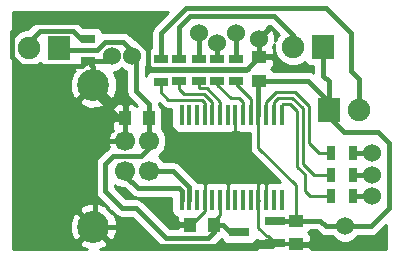
<source format=gtl>
G04 #@! TF.FileFunction,Copper,L1,Top,Signal*
%FSLAX46Y46*%
G04 Gerber Fmt 4.6, Leading zero omitted, Abs format (unit mm)*
G04 Created by KiCad (PCBNEW 0.201512271232+6404~40~ubuntu14.04.1-stable) date Tue 29 Dec 2015 10:19:08 AM MSK*
%MOMM*%
G01*
G04 APERTURE LIST*
%ADD10C,0.100000*%
%ADD11R,1.000000X1.250000*%
%ADD12R,1.250000X1.000000*%
%ADD13R,1.900000X2.000000*%
%ADD14C,1.900000*%
%ADD15C,1.700000*%
%ADD16C,2.700020*%
%ADD17R,1.300000X0.700000*%
%ADD18R,0.450000X1.750000*%
%ADD19R,1.800860X0.800100*%
%ADD20C,1.524000*%
%ADD21R,0.700000X1.300000*%
%ADD22C,0.250000*%
%ADD23C,0.400000*%
%ADD24C,0.254000*%
G04 APERTURE END LIST*
D10*
D11*
X17700000Y-18700000D03*
X15700000Y-18700000D03*
D12*
X21500000Y-6500000D03*
X21500000Y-4500000D03*
D11*
X12200000Y-9700000D03*
X10200000Y-9700000D03*
D12*
X24650000Y-18350000D03*
X24650000Y-20350000D03*
D13*
X26950000Y-3650000D03*
D14*
X24410000Y-3650000D03*
D13*
X27450000Y-8950000D03*
D14*
X29990000Y-8950000D03*
D13*
X4550000Y-3750000D03*
D14*
X2010000Y-3750000D03*
D15*
X12200000Y-14140000D03*
X12200000Y-11600000D03*
X10201020Y-11600000D03*
X10201020Y-14140000D03*
D16*
X7501000Y-18869480D03*
X7501000Y-6870520D03*
D17*
X14750000Y-6550000D03*
X14750000Y-4650000D03*
X13200000Y-6600000D03*
X13200000Y-4700000D03*
X7000000Y-4850000D03*
X7000000Y-2950000D03*
D18*
X23425000Y-9400000D03*
X22775000Y-9400000D03*
X22125000Y-9400000D03*
X21475000Y-9400000D03*
X20825000Y-9400000D03*
X20175000Y-9400000D03*
X19525000Y-9400000D03*
X18875000Y-9400000D03*
X18225000Y-9400000D03*
X17575000Y-9400000D03*
X16925000Y-9400000D03*
X16275000Y-9400000D03*
X15625000Y-9400000D03*
X14975000Y-9400000D03*
X14975000Y-16600000D03*
X15625000Y-16600000D03*
X16275000Y-16600000D03*
X16925000Y-16600000D03*
X17575000Y-16600000D03*
X18225000Y-16600000D03*
X18875000Y-16600000D03*
X19525000Y-16600000D03*
X20175000Y-16600000D03*
X20825000Y-16600000D03*
X21475000Y-16600000D03*
X22125000Y-16600000D03*
X22775000Y-16600000D03*
X23425000Y-16600000D03*
D19*
X22851140Y-20250000D03*
X22851140Y-18350000D03*
X19848860Y-19300000D03*
D20*
X16450000Y-2450000D03*
X18000000Y-3300000D03*
X31050000Y-12650000D03*
X31050000Y-14500000D03*
X9050000Y-4400000D03*
X10800000Y-4400000D03*
X28800000Y-18850000D03*
X21500000Y-2950000D03*
X19550000Y-2450000D03*
X31050000Y-16300000D03*
D21*
X27600000Y-16300000D03*
X29500000Y-16300000D03*
X27600000Y-12650000D03*
X29500000Y-12650000D03*
X27600000Y-14500000D03*
X29500000Y-14500000D03*
D17*
X19550000Y-6550000D03*
X19550000Y-4650000D03*
X16450000Y-6550000D03*
X16450000Y-4650000D03*
X18000000Y-6550000D03*
X18000000Y-4650000D03*
D22*
X19500000Y-16600000D02*
X19500000Y-17000000D01*
D23*
X19848860Y-19300000D02*
X19050000Y-19300000D01*
X19050000Y-19300000D02*
X18450000Y-18700000D01*
X18450000Y-18700000D02*
X17700000Y-18700000D01*
X12200000Y-11600000D02*
X12200000Y-12200000D01*
X12200000Y-12200000D02*
X11525000Y-12875000D01*
X13675000Y-19850000D02*
X17200000Y-19850000D01*
X11125000Y-17300000D02*
X13675000Y-19850000D01*
X9950000Y-17300000D02*
X11125000Y-17300000D01*
X8500000Y-15850000D02*
X9950000Y-17300000D01*
X8500000Y-13575000D02*
X8500000Y-15850000D01*
X9200000Y-12875000D02*
X8500000Y-13575000D01*
X11525000Y-12875000D02*
X9200000Y-12875000D01*
X17200000Y-19850000D02*
X17700000Y-19350000D01*
X17700000Y-19350000D02*
X17700000Y-18700000D01*
X12200000Y-11600000D02*
X12200000Y-9700000D01*
X12200000Y-9700000D02*
X12200000Y-8450000D01*
X11100000Y-7350000D02*
X11100000Y-4700000D01*
X12200000Y-8450000D02*
X11100000Y-7350000D01*
X11100000Y-4700000D02*
X10800000Y-4400000D01*
X10800000Y-4400000D02*
X10800000Y-4000000D01*
X10800000Y-4000000D02*
X10000000Y-3200000D01*
X7800000Y-3900000D02*
X4700000Y-3900000D01*
X8500000Y-3200000D02*
X7800000Y-3900000D01*
X10000000Y-3200000D02*
X8500000Y-3200000D01*
X4700000Y-3900000D02*
X4550000Y-3750000D01*
D22*
X10800000Y-4400000D02*
X10800000Y-4200000D01*
X10800000Y-4200000D02*
X10100000Y-3300000D01*
X7800000Y-3800000D02*
X4600000Y-3800000D01*
X8300000Y-3300000D02*
X7800000Y-3800000D01*
X10100000Y-3300000D02*
X8300000Y-3300000D01*
X4600000Y-3800000D02*
X4550000Y-3750000D01*
X19848860Y-19300000D02*
X19100000Y-19300000D01*
X19100000Y-19300000D02*
X18500000Y-18700000D01*
X18500000Y-18700000D02*
X17700000Y-18700000D01*
X17700000Y-18700000D02*
X17700000Y-19350000D01*
X17700000Y-19350000D02*
X17200000Y-19850000D01*
X12200000Y-11850000D02*
X12200000Y-11600000D01*
X17700000Y-18700000D02*
X17700000Y-18400000D01*
X17700000Y-18400000D02*
X18225000Y-17875000D01*
X18225000Y-17875000D02*
X18225000Y-16600000D01*
X12200000Y-11700000D02*
X12200000Y-11600000D01*
D23*
X21500000Y-4500000D02*
X21500000Y-2950000D01*
X7501000Y-18869480D02*
X10469480Y-18869480D01*
X12100000Y-20500000D02*
X22601140Y-20500000D01*
X10469480Y-18869480D02*
X12100000Y-20500000D01*
X22601140Y-20500000D02*
X22851140Y-20250000D01*
X7501000Y-18869480D02*
X7600000Y-18770480D01*
X7600000Y-18770480D02*
X7600000Y-12800000D01*
X8750000Y-11650000D02*
X10151020Y-11650000D01*
X7600000Y-12800000D02*
X8750000Y-11650000D01*
X10151020Y-11650000D02*
X10201020Y-11600000D01*
X10201020Y-11600000D02*
X10200000Y-11598980D01*
X10200000Y-11598980D02*
X10200000Y-9700000D01*
X10200000Y-9700000D02*
X9700000Y-9700000D01*
X9700000Y-9700000D02*
X7501000Y-7501000D01*
X7501000Y-7501000D02*
X7501000Y-6870520D01*
X7501000Y-6870520D02*
X7501000Y-5351000D01*
X7501000Y-5351000D02*
X7000000Y-4850000D01*
X7000000Y-4850000D02*
X8600000Y-4850000D01*
X8600000Y-4850000D02*
X9050000Y-4400000D01*
X12100000Y-5200000D02*
X12100000Y-3900000D01*
X12100000Y-3900000D02*
X9700000Y-1500000D01*
X9700000Y-1500000D02*
X1500000Y-1500000D01*
X1500000Y-1500000D02*
X600000Y-2400000D01*
X600000Y-2400000D02*
X600000Y-4500000D01*
X600000Y-4500000D02*
X1400000Y-5300000D01*
X1400000Y-5300000D02*
X6550000Y-5300000D01*
X6550000Y-5300000D02*
X7000000Y-4850000D01*
X21500000Y-4500000D02*
X20550000Y-5450000D01*
X12100000Y-5200000D02*
X12150000Y-5200000D01*
X12100000Y-5300000D02*
X12100000Y-5200000D01*
X12350000Y-5550000D02*
X12100000Y-5300000D01*
X20550000Y-5550000D02*
X12350000Y-5550000D01*
X20550000Y-5450000D02*
X20550000Y-5550000D01*
D22*
X9500000Y-11600000D02*
X10201020Y-11600000D01*
X6500000Y-4850000D02*
X7000000Y-4850000D01*
X20450000Y-5650000D02*
X12250000Y-5650000D01*
X21500000Y-4600000D02*
X20450000Y-5650000D01*
X12150000Y-5550000D02*
X12150000Y-5200000D01*
X12250000Y-5650000D02*
X12150000Y-5550000D01*
X9050000Y-4400000D02*
X8500000Y-4400000D01*
X7051000Y-4901000D02*
X7000000Y-4850000D01*
X21500000Y-4500000D02*
X21500000Y-4600000D01*
X21475000Y-16600000D02*
X21475000Y-18975000D01*
X22301140Y-19700000D02*
X22851140Y-20250000D01*
X22200000Y-19700000D02*
X22301140Y-19700000D01*
X21475000Y-18975000D02*
X22200000Y-19700000D01*
X8850000Y-4200000D02*
X9050000Y-4400000D01*
X10200000Y-9700000D02*
X9800000Y-9700000D01*
X9800000Y-9700000D02*
X7501000Y-7401000D01*
X7501000Y-7401000D02*
X7501000Y-6870520D01*
X24650000Y-20350000D02*
X23950000Y-20350000D01*
X23950000Y-20350000D02*
X23850000Y-20250000D01*
X23850000Y-20250000D02*
X22851140Y-20250000D01*
X22451140Y-20250000D02*
X22100000Y-20250000D01*
X16925000Y-16600000D02*
X16925000Y-15125000D01*
X17350000Y-14700000D02*
X19300000Y-14700000D01*
X16925000Y-15125000D02*
X17350000Y-14700000D01*
X18875000Y-16600000D02*
X18875000Y-15125000D01*
X18875000Y-15125000D02*
X19300000Y-14700000D01*
X7501000Y-7001000D02*
X7501000Y-6870520D01*
X19300000Y-12800000D02*
X19300000Y-14700000D01*
X19525000Y-9400000D02*
X19525000Y-12575000D01*
X19525000Y-12575000D02*
X19300000Y-12800000D01*
X10201020Y-12201020D02*
X10201020Y-11600000D01*
X22125000Y-16600000D02*
X22125000Y-14925000D01*
X21900000Y-14700000D02*
X21000000Y-14700000D01*
X22125000Y-14925000D02*
X21900000Y-14700000D01*
X21475000Y-16600000D02*
X21475000Y-15175000D01*
X21000000Y-14700000D02*
X19300000Y-14700000D01*
X21475000Y-15175000D02*
X21000000Y-14700000D01*
X16925000Y-16600000D02*
X16925000Y-17575000D01*
X16925000Y-17575000D02*
X15800000Y-18700000D01*
X15800000Y-18700000D02*
X15700000Y-18700000D01*
X10201020Y-11600000D02*
X10201020Y-9701020D01*
X10201020Y-9701020D02*
X10200000Y-9700000D01*
X21500000Y-16600000D02*
X21500000Y-16700000D01*
X21500000Y-16600000D02*
X21400000Y-16600000D01*
X10201020Y-10998980D02*
X10201020Y-11600000D01*
X7501000Y-18869480D02*
X7501000Y-18699000D01*
D23*
X21475000Y-9400000D02*
X21475000Y-6525000D01*
X21475000Y-6525000D02*
X21500000Y-6500000D01*
X21500000Y-6500000D02*
X25650000Y-6500000D01*
X25650000Y-6500000D02*
X27450000Y-8300000D01*
X27450000Y-8300000D02*
X27450000Y-8950000D01*
X27450000Y-8950000D02*
X27450000Y-6575000D01*
X26950000Y-6075000D02*
X26950000Y-3650000D01*
X27450000Y-6575000D02*
X26950000Y-6075000D01*
X28800000Y-18850000D02*
X31000000Y-18850000D01*
X31000000Y-18850000D02*
X32550000Y-17300000D01*
X28700000Y-10825000D02*
X27450000Y-9575000D01*
X31600000Y-10825000D02*
X28700000Y-10825000D01*
X32550000Y-11775000D02*
X31600000Y-10825000D01*
X32550000Y-17300000D02*
X32550000Y-11775000D01*
X27450000Y-9575000D02*
X27450000Y-8950000D01*
X24650000Y-18350000D02*
X26650000Y-18350000D01*
X26650000Y-18350000D02*
X27150000Y-18850000D01*
X27150000Y-18850000D02*
X28800000Y-18850000D01*
X22851140Y-18350000D02*
X24650000Y-18350000D01*
D22*
X27450000Y-8700000D02*
X27450000Y-8950000D01*
X26950000Y-4350000D02*
X26950000Y-3650000D01*
X26650000Y-18350000D02*
X27150000Y-18850000D01*
X27150000Y-18850000D02*
X28800000Y-18850000D01*
X24650000Y-18350000D02*
X24650000Y-15350000D01*
X24650000Y-15350000D02*
X21475000Y-12175000D01*
X21475000Y-12175000D02*
X21475000Y-9400000D01*
X21475000Y-6525000D02*
X21500000Y-6500000D01*
D23*
X14750000Y-4650000D02*
X14750000Y-1975000D01*
X24410000Y-2660000D02*
X24410000Y-3650000D01*
X22800000Y-1050000D02*
X24410000Y-2660000D01*
X15675000Y-1050000D02*
X22800000Y-1050000D01*
X14750000Y-1975000D02*
X15675000Y-1050000D01*
D22*
X24410000Y-4240000D02*
X24410000Y-3650000D01*
D23*
X13200000Y-4700000D02*
X13200000Y-2500000D01*
X29990000Y-6365000D02*
X29990000Y-8950000D01*
X29325000Y-5700000D02*
X29990000Y-6365000D01*
X29325000Y-2475000D02*
X29325000Y-5700000D01*
X27200000Y-350000D02*
X29325000Y-2475000D01*
X15350000Y-350000D02*
X27200000Y-350000D01*
X13200000Y-2500000D02*
X15350000Y-350000D01*
D22*
X30200000Y-8850000D02*
X30200000Y-8900000D01*
D23*
X7000000Y-2950000D02*
X6450000Y-2950000D01*
X6450000Y-2950000D02*
X5800000Y-2300000D01*
X2950000Y-2300000D02*
X2010000Y-3240000D01*
X5800000Y-2300000D02*
X2950000Y-2300000D01*
X2010000Y-3240000D02*
X2010000Y-3750000D01*
D22*
X2010000Y-3750000D02*
X2010000Y-3740000D01*
D23*
X15625000Y-16600000D02*
X15625000Y-15525000D01*
X15625000Y-15525000D02*
X14240000Y-14140000D01*
X14240000Y-14140000D02*
X12200000Y-14140000D01*
D22*
X14240000Y-14140000D02*
X12200000Y-14140000D01*
X15625000Y-15525000D02*
X14240000Y-14140000D01*
D23*
X14975000Y-16600000D02*
X14975000Y-15825000D01*
X14975000Y-15825000D02*
X14750000Y-15600000D01*
X11250000Y-15600000D02*
X10201020Y-14551020D01*
X14750000Y-15600000D02*
X11250000Y-15600000D01*
X10201020Y-14551020D02*
X10201020Y-14140000D01*
D22*
X10201020Y-14140000D02*
X10201020Y-14501020D01*
X14975000Y-16600000D02*
X14975000Y-15875000D01*
D23*
X16450000Y-4650000D02*
X16450000Y-2450000D01*
X18000000Y-4650000D02*
X18000000Y-3300000D01*
X29500000Y-12650000D02*
X31050000Y-12650000D01*
X29500000Y-14500000D02*
X31050000Y-14500000D01*
X19550000Y-4650000D02*
X19550000Y-2450000D01*
X29500000Y-16300000D02*
X31050000Y-16300000D01*
D22*
X17575000Y-9400000D02*
X17575000Y-8325000D01*
X14750000Y-7250000D02*
X14750000Y-6550000D01*
X15150000Y-7650000D02*
X14750000Y-7250000D01*
X16900000Y-7650000D02*
X15150000Y-7650000D01*
X17575000Y-8325000D02*
X16900000Y-7650000D01*
X16925000Y-9400000D02*
X16925000Y-8375000D01*
X13200000Y-7500000D02*
X13200000Y-6600000D01*
X13850000Y-8150000D02*
X13200000Y-7500000D01*
X16700000Y-8150000D02*
X13850000Y-8150000D01*
X16925000Y-8375000D02*
X16700000Y-8150000D01*
X23425000Y-9400000D02*
X23425000Y-8575000D01*
X23425000Y-8575000D02*
X23550000Y-8450000D01*
X23550000Y-8450000D02*
X24150000Y-8450000D01*
X24150000Y-8450000D02*
X24750000Y-9050000D01*
X24750000Y-9050000D02*
X24750000Y-13800000D01*
X24750000Y-13800000D02*
X25400000Y-14450000D01*
X25400000Y-14450000D02*
X25400000Y-15850000D01*
X25400000Y-15850000D02*
X25850000Y-16300000D01*
X25850000Y-16300000D02*
X27600000Y-16300000D01*
X22125000Y-9400000D02*
X22125000Y-8275000D01*
X26600000Y-12650000D02*
X27600000Y-12650000D01*
X25750000Y-11800000D02*
X26600000Y-12650000D01*
X25750000Y-8650000D02*
X25750000Y-11800000D01*
X24550000Y-7450000D02*
X25750000Y-8650000D01*
X22950000Y-7450000D02*
X24550000Y-7450000D01*
X22125000Y-8275000D02*
X22950000Y-7450000D01*
X22775000Y-9400000D02*
X22775000Y-8325000D01*
X26150000Y-14500000D02*
X27600000Y-14500000D01*
X25250000Y-13600000D02*
X26150000Y-14500000D01*
X25250000Y-8850000D02*
X25250000Y-13600000D01*
X24350000Y-7950000D02*
X25250000Y-8850000D01*
X23150000Y-7950000D02*
X24350000Y-7950000D01*
X22775000Y-8325000D02*
X23150000Y-7950000D01*
X19550000Y-6550000D02*
X19550000Y-6800000D01*
X19550000Y-6800000D02*
X20825000Y-8075000D01*
X20825000Y-8075000D02*
X20825000Y-9400000D01*
X16450000Y-6550000D02*
X16450000Y-7150000D01*
X18225000Y-8275000D02*
X18225000Y-9400000D01*
X17100000Y-7150000D02*
X18225000Y-8275000D01*
X16900000Y-7150000D02*
X17100000Y-7150000D01*
X16450000Y-7150000D02*
X16900000Y-7150000D01*
X18000000Y-6550000D02*
X18000000Y-6850000D01*
X18000000Y-6850000D02*
X19150000Y-8000000D01*
X19150000Y-8000000D02*
X19850000Y-8000000D01*
X19850000Y-8000000D02*
X20175000Y-8325000D01*
X20175000Y-8325000D02*
X20175000Y-9400000D01*
D24*
G36*
X1110997Y-5092914D02*
X1693341Y-5334724D01*
X2323893Y-5335275D01*
X2906657Y-5094481D01*
X3004337Y-4996971D01*
X3135910Y-5201441D01*
X3348110Y-5346431D01*
X3600000Y-5397440D01*
X5500000Y-5397440D01*
X5726788Y-5354767D01*
X5811673Y-5559698D01*
X5959779Y-5707804D01*
X5792210Y-5785992D01*
X5507253Y-6522472D01*
X5525826Y-7311940D01*
X5792210Y-7955048D01*
X6095399Y-8096516D01*
X7321395Y-6870520D01*
X7307253Y-6856378D01*
X7486858Y-6676773D01*
X7501000Y-6690915D01*
X7515143Y-6676773D01*
X7694748Y-6856378D01*
X7680605Y-6870520D01*
X8906601Y-8096516D01*
X9209790Y-7955048D01*
X9494747Y-7218568D01*
X9476174Y-6429100D01*
X9211721Y-5790654D01*
X9397368Y-5781362D01*
X9781143Y-5622397D01*
X9840332Y-5416039D01*
X10007630Y-5583629D01*
X10265000Y-5690498D01*
X10265000Y-7350000D01*
X10328561Y-7669541D01*
X10380887Y-7747852D01*
X10509566Y-7940434D01*
X11220747Y-8651615D01*
X11202031Y-8679006D01*
X11059698Y-8536673D01*
X10826309Y-8440000D01*
X10485750Y-8440000D01*
X10327000Y-8598750D01*
X10327000Y-9573000D01*
X10347000Y-9573000D01*
X10347000Y-9827000D01*
X10327000Y-9827000D01*
X10327000Y-9847000D01*
X10073000Y-9847000D01*
X10073000Y-9827000D01*
X9223750Y-9827000D01*
X9065000Y-9985750D01*
X9065000Y-10451310D01*
X9108049Y-10555239D01*
X9042350Y-10620938D01*
X9157060Y-10735648D01*
X8905761Y-10815920D01*
X8704302Y-11371279D01*
X8730705Y-11961458D01*
X8809269Y-12151129D01*
X8609565Y-12284566D01*
X7909566Y-12984566D01*
X7728561Y-13255459D01*
X7665000Y-13575000D01*
X7665000Y-15850000D01*
X7728561Y-16169541D01*
X7892862Y-16415434D01*
X7909566Y-16440434D01*
X8830002Y-17360870D01*
X8726995Y-17463877D01*
X8585528Y-17160690D01*
X7849048Y-16875733D01*
X7059580Y-16894306D01*
X6416472Y-17160690D01*
X6275004Y-17463879D01*
X7501000Y-18689875D01*
X7515143Y-18675733D01*
X7694748Y-18855338D01*
X7680605Y-18869480D01*
X8906601Y-20095476D01*
X9209790Y-19954008D01*
X9494747Y-19217528D01*
X9476174Y-18428060D01*
X9209790Y-17784952D01*
X8906603Y-17643485D01*
X9009610Y-17540478D01*
X9359566Y-17890434D01*
X9630460Y-18071440D01*
X9950000Y-18135000D01*
X10779132Y-18135000D01*
X13084566Y-20440434D01*
X13355460Y-20621440D01*
X13675000Y-20685000D01*
X17200000Y-20685000D01*
X17519541Y-20621439D01*
X17790434Y-20440434D01*
X18271970Y-19958898D01*
X18350858Y-19944054D01*
X18484340Y-20151491D01*
X18696540Y-20296481D01*
X18948430Y-20347490D01*
X20749290Y-20347490D01*
X20984607Y-20303212D01*
X21200731Y-20164140D01*
X21328542Y-19977082D01*
X21474460Y-20123000D01*
X22724140Y-20123000D01*
X22724140Y-20103000D01*
X22978140Y-20103000D01*
X22978140Y-20123000D01*
X23448750Y-20123000D01*
X23548750Y-20223000D01*
X24523000Y-20223000D01*
X24523000Y-20203000D01*
X24777000Y-20203000D01*
X24777000Y-20223000D01*
X25751250Y-20223000D01*
X25910000Y-20064250D01*
X25910000Y-19723691D01*
X25813327Y-19490302D01*
X25672090Y-19349064D01*
X25726441Y-19314090D01*
X25814644Y-19185000D01*
X26304132Y-19185000D01*
X26559566Y-19440434D01*
X26830460Y-19621440D01*
X27150000Y-19685000D01*
X27659609Y-19685000D01*
X28007630Y-20033629D01*
X28520900Y-20246757D01*
X29076661Y-20247242D01*
X29590303Y-20035010D01*
X29940925Y-19685000D01*
X31000000Y-19685000D01*
X31319541Y-19621439D01*
X31590434Y-19440434D01*
X32290000Y-18740868D01*
X32290000Y-20790000D01*
X25910000Y-20790000D01*
X25910000Y-20635750D01*
X25751250Y-20477000D01*
X24777000Y-20477000D01*
X24777000Y-20497000D01*
X24523000Y-20497000D01*
X24523000Y-20477000D01*
X24327820Y-20477000D01*
X24227820Y-20377000D01*
X22978140Y-20377000D01*
X22978140Y-20397000D01*
X22724140Y-20397000D01*
X22724140Y-20377000D01*
X21474460Y-20377000D01*
X21315710Y-20535750D01*
X21315710Y-20776359D01*
X21321360Y-20790000D01*
X8074366Y-20790000D01*
X8585528Y-20578270D01*
X8726996Y-20275081D01*
X7501000Y-19049085D01*
X6275004Y-20275081D01*
X6416472Y-20578270D01*
X6963695Y-20790000D01*
X710000Y-20790000D01*
X710000Y-18521432D01*
X5507253Y-18521432D01*
X5525826Y-19310900D01*
X5792210Y-19954008D01*
X6095399Y-20095476D01*
X7321395Y-18869480D01*
X6095399Y-17643484D01*
X5792210Y-17784952D01*
X5507253Y-18521432D01*
X710000Y-18521432D01*
X710000Y-8948690D01*
X9065000Y-8948690D01*
X9065000Y-9414250D01*
X9223750Y-9573000D01*
X10073000Y-9573000D01*
X10073000Y-8598750D01*
X9914250Y-8440000D01*
X9573691Y-8440000D01*
X9340302Y-8536673D01*
X9161673Y-8715301D01*
X9065000Y-8948690D01*
X710000Y-8948690D01*
X710000Y-8276121D01*
X6275004Y-8276121D01*
X6416472Y-8579310D01*
X7152952Y-8864267D01*
X7942420Y-8845694D01*
X8585528Y-8579310D01*
X8726996Y-8276121D01*
X7501000Y-7050125D01*
X6275004Y-8276121D01*
X710000Y-8276121D01*
X710000Y-4691216D01*
X1110997Y-5092914D01*
X1110997Y-5092914D01*
G37*
X1110997Y-5092914D02*
X1693341Y-5334724D01*
X2323893Y-5335275D01*
X2906657Y-5094481D01*
X3004337Y-4996971D01*
X3135910Y-5201441D01*
X3348110Y-5346431D01*
X3600000Y-5397440D01*
X5500000Y-5397440D01*
X5726788Y-5354767D01*
X5811673Y-5559698D01*
X5959779Y-5707804D01*
X5792210Y-5785992D01*
X5507253Y-6522472D01*
X5525826Y-7311940D01*
X5792210Y-7955048D01*
X6095399Y-8096516D01*
X7321395Y-6870520D01*
X7307253Y-6856378D01*
X7486858Y-6676773D01*
X7501000Y-6690915D01*
X7515143Y-6676773D01*
X7694748Y-6856378D01*
X7680605Y-6870520D01*
X8906601Y-8096516D01*
X9209790Y-7955048D01*
X9494747Y-7218568D01*
X9476174Y-6429100D01*
X9211721Y-5790654D01*
X9397368Y-5781362D01*
X9781143Y-5622397D01*
X9840332Y-5416039D01*
X10007630Y-5583629D01*
X10265000Y-5690498D01*
X10265000Y-7350000D01*
X10328561Y-7669541D01*
X10380887Y-7747852D01*
X10509566Y-7940434D01*
X11220747Y-8651615D01*
X11202031Y-8679006D01*
X11059698Y-8536673D01*
X10826309Y-8440000D01*
X10485750Y-8440000D01*
X10327000Y-8598750D01*
X10327000Y-9573000D01*
X10347000Y-9573000D01*
X10347000Y-9827000D01*
X10327000Y-9827000D01*
X10327000Y-9847000D01*
X10073000Y-9847000D01*
X10073000Y-9827000D01*
X9223750Y-9827000D01*
X9065000Y-9985750D01*
X9065000Y-10451310D01*
X9108049Y-10555239D01*
X9042350Y-10620938D01*
X9157060Y-10735648D01*
X8905761Y-10815920D01*
X8704302Y-11371279D01*
X8730705Y-11961458D01*
X8809269Y-12151129D01*
X8609565Y-12284566D01*
X7909566Y-12984566D01*
X7728561Y-13255459D01*
X7665000Y-13575000D01*
X7665000Y-15850000D01*
X7728561Y-16169541D01*
X7892862Y-16415434D01*
X7909566Y-16440434D01*
X8830002Y-17360870D01*
X8726995Y-17463877D01*
X8585528Y-17160690D01*
X7849048Y-16875733D01*
X7059580Y-16894306D01*
X6416472Y-17160690D01*
X6275004Y-17463879D01*
X7501000Y-18689875D01*
X7515143Y-18675733D01*
X7694748Y-18855338D01*
X7680605Y-18869480D01*
X8906601Y-20095476D01*
X9209790Y-19954008D01*
X9494747Y-19217528D01*
X9476174Y-18428060D01*
X9209790Y-17784952D01*
X8906603Y-17643485D01*
X9009610Y-17540478D01*
X9359566Y-17890434D01*
X9630460Y-18071440D01*
X9950000Y-18135000D01*
X10779132Y-18135000D01*
X13084566Y-20440434D01*
X13355460Y-20621440D01*
X13675000Y-20685000D01*
X17200000Y-20685000D01*
X17519541Y-20621439D01*
X17790434Y-20440434D01*
X18271970Y-19958898D01*
X18350858Y-19944054D01*
X18484340Y-20151491D01*
X18696540Y-20296481D01*
X18948430Y-20347490D01*
X20749290Y-20347490D01*
X20984607Y-20303212D01*
X21200731Y-20164140D01*
X21328542Y-19977082D01*
X21474460Y-20123000D01*
X22724140Y-20123000D01*
X22724140Y-20103000D01*
X22978140Y-20103000D01*
X22978140Y-20123000D01*
X23448750Y-20123000D01*
X23548750Y-20223000D01*
X24523000Y-20223000D01*
X24523000Y-20203000D01*
X24777000Y-20203000D01*
X24777000Y-20223000D01*
X25751250Y-20223000D01*
X25910000Y-20064250D01*
X25910000Y-19723691D01*
X25813327Y-19490302D01*
X25672090Y-19349064D01*
X25726441Y-19314090D01*
X25814644Y-19185000D01*
X26304132Y-19185000D01*
X26559566Y-19440434D01*
X26830460Y-19621440D01*
X27150000Y-19685000D01*
X27659609Y-19685000D01*
X28007630Y-20033629D01*
X28520900Y-20246757D01*
X29076661Y-20247242D01*
X29590303Y-20035010D01*
X29940925Y-19685000D01*
X31000000Y-19685000D01*
X31319541Y-19621439D01*
X31590434Y-19440434D01*
X32290000Y-18740868D01*
X32290000Y-20790000D01*
X25910000Y-20790000D01*
X25910000Y-20635750D01*
X25751250Y-20477000D01*
X24777000Y-20477000D01*
X24777000Y-20497000D01*
X24523000Y-20497000D01*
X24523000Y-20477000D01*
X24327820Y-20477000D01*
X24227820Y-20377000D01*
X22978140Y-20377000D01*
X22978140Y-20397000D01*
X22724140Y-20397000D01*
X22724140Y-20377000D01*
X21474460Y-20377000D01*
X21315710Y-20535750D01*
X21315710Y-20776359D01*
X21321360Y-20790000D01*
X8074366Y-20790000D01*
X8585528Y-20578270D01*
X8726996Y-20275081D01*
X7501000Y-19049085D01*
X6275004Y-20275081D01*
X6416472Y-20578270D01*
X6963695Y-20790000D01*
X710000Y-20790000D01*
X710000Y-18521432D01*
X5507253Y-18521432D01*
X5525826Y-19310900D01*
X5792210Y-19954008D01*
X6095399Y-20095476D01*
X7321395Y-18869480D01*
X6095399Y-17643484D01*
X5792210Y-17784952D01*
X5507253Y-18521432D01*
X710000Y-18521432D01*
X710000Y-8948690D01*
X9065000Y-8948690D01*
X9065000Y-9414250D01*
X9223750Y-9573000D01*
X10073000Y-9573000D01*
X10073000Y-8598750D01*
X9914250Y-8440000D01*
X9573691Y-8440000D01*
X9340302Y-8536673D01*
X9161673Y-8715301D01*
X9065000Y-8948690D01*
X710000Y-8948690D01*
X710000Y-8276121D01*
X6275004Y-8276121D01*
X6416472Y-8579310D01*
X7152952Y-8864267D01*
X7942420Y-8845694D01*
X8585528Y-8579310D01*
X8726996Y-8276121D01*
X7501000Y-7050125D01*
X6275004Y-8276121D01*
X710000Y-8276121D01*
X710000Y-4691216D01*
X1110997Y-5092914D01*
G36*
X9358737Y-15398188D02*
X9904339Y-15624742D01*
X10094039Y-15624907D01*
X10659566Y-16190434D01*
X10930460Y-16371440D01*
X11250000Y-16435000D01*
X14102560Y-16435000D01*
X14102560Y-17475000D01*
X14146838Y-17710317D01*
X14285910Y-17926441D01*
X14498110Y-18071431D01*
X14565000Y-18084977D01*
X14565000Y-18414250D01*
X14723750Y-18573000D01*
X15573000Y-18573000D01*
X15573000Y-18553000D01*
X15827000Y-18553000D01*
X15827000Y-18573000D01*
X15847000Y-18573000D01*
X15847000Y-18827000D01*
X15827000Y-18827000D01*
X15827000Y-18847000D01*
X15573000Y-18847000D01*
X15573000Y-18827000D01*
X14723750Y-18827000D01*
X14565000Y-18985750D01*
X14565000Y-19015000D01*
X14020868Y-19015000D01*
X11715434Y-16709566D01*
X11641253Y-16660000D01*
X11444541Y-16528561D01*
X11125000Y-16465000D01*
X10295868Y-16465000D01*
X9335000Y-15504132D01*
X9335000Y-15374410D01*
X9358737Y-15398188D01*
X9358737Y-15398188D01*
G37*
X9358737Y-15398188D02*
X9904339Y-15624742D01*
X10094039Y-15624907D01*
X10659566Y-16190434D01*
X10930460Y-16371440D01*
X11250000Y-16435000D01*
X14102560Y-16435000D01*
X14102560Y-17475000D01*
X14146838Y-17710317D01*
X14285910Y-17926441D01*
X14498110Y-18071431D01*
X14565000Y-18084977D01*
X14565000Y-18414250D01*
X14723750Y-18573000D01*
X15573000Y-18573000D01*
X15573000Y-18553000D01*
X15827000Y-18553000D01*
X15827000Y-18573000D01*
X15847000Y-18573000D01*
X15847000Y-18827000D01*
X15827000Y-18827000D01*
X15827000Y-18847000D01*
X15573000Y-18847000D01*
X15573000Y-18827000D01*
X14723750Y-18827000D01*
X14565000Y-18985750D01*
X14565000Y-19015000D01*
X14020868Y-19015000D01*
X11715434Y-16709566D01*
X11641253Y-16660000D01*
X11444541Y-16528561D01*
X11125000Y-16465000D01*
X10295868Y-16465000D01*
X9335000Y-15504132D01*
X9335000Y-15374410D01*
X9358737Y-15398188D01*
G36*
X13312599Y-8687401D02*
X13559161Y-8852148D01*
X13850000Y-8910000D01*
X14102560Y-8910000D01*
X14102560Y-10275000D01*
X14146838Y-10510317D01*
X14285910Y-10726441D01*
X14498110Y-10871431D01*
X14750000Y-10922440D01*
X15200000Y-10922440D01*
X15303671Y-10902933D01*
X15400000Y-10922440D01*
X15850000Y-10922440D01*
X15953671Y-10902933D01*
X16050000Y-10922440D01*
X16500000Y-10922440D01*
X16603671Y-10902933D01*
X16700000Y-10922440D01*
X17150000Y-10922440D01*
X17253671Y-10902933D01*
X17350000Y-10922440D01*
X17800000Y-10922440D01*
X17903671Y-10902933D01*
X18000000Y-10922440D01*
X18450000Y-10922440D01*
X18553671Y-10902933D01*
X18650000Y-10922440D01*
X19100000Y-10922440D01*
X19171323Y-10909020D01*
X19173690Y-10910000D01*
X19253750Y-10910000D01*
X19274062Y-10889688D01*
X19335317Y-10878162D01*
X19527227Y-10754671D01*
X19698110Y-10871431D01*
X19772808Y-10886558D01*
X19796250Y-10910000D01*
X19876310Y-10910000D01*
X19880335Y-10908333D01*
X19950000Y-10922440D01*
X20400000Y-10922440D01*
X20503671Y-10902933D01*
X20600000Y-10922440D01*
X20715000Y-10922440D01*
X20715000Y-12175000D01*
X20772852Y-12465839D01*
X20937599Y-12712401D01*
X23302758Y-15077560D01*
X23200000Y-15077560D01*
X23096329Y-15097067D01*
X23000000Y-15077560D01*
X22550000Y-15077560D01*
X22478677Y-15090980D01*
X22476310Y-15090000D01*
X22396250Y-15090000D01*
X22375938Y-15110312D01*
X22314683Y-15121838D01*
X22120084Y-15247059D01*
X22059699Y-15186673D01*
X21873153Y-15109403D01*
X21853750Y-15090000D01*
X21746250Y-15090000D01*
X21726847Y-15109403D01*
X21540301Y-15186673D01*
X21478044Y-15248930D01*
X21301890Y-15128569D01*
X21227192Y-15113442D01*
X21203750Y-15090000D01*
X21123690Y-15090000D01*
X21119665Y-15091667D01*
X21050000Y-15077560D01*
X20600000Y-15077560D01*
X20496329Y-15097067D01*
X20400000Y-15077560D01*
X19950000Y-15077560D01*
X19846329Y-15097067D01*
X19750000Y-15077560D01*
X19300000Y-15077560D01*
X19228677Y-15090980D01*
X19226310Y-15090000D01*
X19146250Y-15090000D01*
X19125938Y-15110312D01*
X19064683Y-15121838D01*
X18872773Y-15245329D01*
X18701890Y-15128569D01*
X18627192Y-15113442D01*
X18603750Y-15090000D01*
X18523690Y-15090000D01*
X18519665Y-15091667D01*
X18450000Y-15077560D01*
X18000000Y-15077560D01*
X17896329Y-15097067D01*
X17800000Y-15077560D01*
X17350000Y-15077560D01*
X17278677Y-15090980D01*
X17276310Y-15090000D01*
X17196250Y-15090000D01*
X17175938Y-15110312D01*
X17114683Y-15121838D01*
X16922773Y-15245329D01*
X16751890Y-15128569D01*
X16677192Y-15113442D01*
X16653750Y-15090000D01*
X16573690Y-15090000D01*
X16569665Y-15091667D01*
X16500000Y-15077560D01*
X16310980Y-15077560D01*
X16215434Y-14934566D01*
X14830434Y-13549566D01*
X14809109Y-13535317D01*
X14559541Y-13368561D01*
X14240000Y-13305000D01*
X13461757Y-13305000D01*
X13459656Y-13299914D01*
X13042283Y-12881812D01*
X13014443Y-12870252D01*
X13040086Y-12859656D01*
X13458188Y-12442283D01*
X13684742Y-11896681D01*
X13685257Y-11305911D01*
X13459656Y-10759914D01*
X13288516Y-10588475D01*
X13296431Y-10576890D01*
X13347440Y-10325000D01*
X13347440Y-9075000D01*
X13303162Y-8839683D01*
X13164090Y-8623559D01*
X13035000Y-8535356D01*
X13035000Y-8450000D01*
X13025019Y-8399821D01*
X13312599Y-8687401D01*
X13312599Y-8687401D01*
G37*
X13312599Y-8687401D02*
X13559161Y-8852148D01*
X13850000Y-8910000D01*
X14102560Y-8910000D01*
X14102560Y-10275000D01*
X14146838Y-10510317D01*
X14285910Y-10726441D01*
X14498110Y-10871431D01*
X14750000Y-10922440D01*
X15200000Y-10922440D01*
X15303671Y-10902933D01*
X15400000Y-10922440D01*
X15850000Y-10922440D01*
X15953671Y-10902933D01*
X16050000Y-10922440D01*
X16500000Y-10922440D01*
X16603671Y-10902933D01*
X16700000Y-10922440D01*
X17150000Y-10922440D01*
X17253671Y-10902933D01*
X17350000Y-10922440D01*
X17800000Y-10922440D01*
X17903671Y-10902933D01*
X18000000Y-10922440D01*
X18450000Y-10922440D01*
X18553671Y-10902933D01*
X18650000Y-10922440D01*
X19100000Y-10922440D01*
X19171323Y-10909020D01*
X19173690Y-10910000D01*
X19253750Y-10910000D01*
X19274062Y-10889688D01*
X19335317Y-10878162D01*
X19527227Y-10754671D01*
X19698110Y-10871431D01*
X19772808Y-10886558D01*
X19796250Y-10910000D01*
X19876310Y-10910000D01*
X19880335Y-10908333D01*
X19950000Y-10922440D01*
X20400000Y-10922440D01*
X20503671Y-10902933D01*
X20600000Y-10922440D01*
X20715000Y-10922440D01*
X20715000Y-12175000D01*
X20772852Y-12465839D01*
X20937599Y-12712401D01*
X23302758Y-15077560D01*
X23200000Y-15077560D01*
X23096329Y-15097067D01*
X23000000Y-15077560D01*
X22550000Y-15077560D01*
X22478677Y-15090980D01*
X22476310Y-15090000D01*
X22396250Y-15090000D01*
X22375938Y-15110312D01*
X22314683Y-15121838D01*
X22120084Y-15247059D01*
X22059699Y-15186673D01*
X21873153Y-15109403D01*
X21853750Y-15090000D01*
X21746250Y-15090000D01*
X21726847Y-15109403D01*
X21540301Y-15186673D01*
X21478044Y-15248930D01*
X21301890Y-15128569D01*
X21227192Y-15113442D01*
X21203750Y-15090000D01*
X21123690Y-15090000D01*
X21119665Y-15091667D01*
X21050000Y-15077560D01*
X20600000Y-15077560D01*
X20496329Y-15097067D01*
X20400000Y-15077560D01*
X19950000Y-15077560D01*
X19846329Y-15097067D01*
X19750000Y-15077560D01*
X19300000Y-15077560D01*
X19228677Y-15090980D01*
X19226310Y-15090000D01*
X19146250Y-15090000D01*
X19125938Y-15110312D01*
X19064683Y-15121838D01*
X18872773Y-15245329D01*
X18701890Y-15128569D01*
X18627192Y-15113442D01*
X18603750Y-15090000D01*
X18523690Y-15090000D01*
X18519665Y-15091667D01*
X18450000Y-15077560D01*
X18000000Y-15077560D01*
X17896329Y-15097067D01*
X17800000Y-15077560D01*
X17350000Y-15077560D01*
X17278677Y-15090980D01*
X17276310Y-15090000D01*
X17196250Y-15090000D01*
X17175938Y-15110312D01*
X17114683Y-15121838D01*
X16922773Y-15245329D01*
X16751890Y-15128569D01*
X16677192Y-15113442D01*
X16653750Y-15090000D01*
X16573690Y-15090000D01*
X16569665Y-15091667D01*
X16500000Y-15077560D01*
X16310980Y-15077560D01*
X16215434Y-14934566D01*
X14830434Y-13549566D01*
X14809109Y-13535317D01*
X14559541Y-13368561D01*
X14240000Y-13305000D01*
X13461757Y-13305000D01*
X13459656Y-13299914D01*
X13042283Y-12881812D01*
X13014443Y-12870252D01*
X13040086Y-12859656D01*
X13458188Y-12442283D01*
X13684742Y-11896681D01*
X13685257Y-11305911D01*
X13459656Y-10759914D01*
X13288516Y-10588475D01*
X13296431Y-10576890D01*
X13347440Y-10325000D01*
X13347440Y-9075000D01*
X13303162Y-8839683D01*
X13164090Y-8623559D01*
X13035000Y-8535356D01*
X13035000Y-8450000D01*
X13025019Y-8399821D01*
X13312599Y-8687401D01*
G36*
X10394768Y-11585858D02*
X10380625Y-11600000D01*
X10394768Y-11614143D01*
X10215163Y-11793748D01*
X10201020Y-11779605D01*
X10186878Y-11793748D01*
X10007273Y-11614143D01*
X10021415Y-11600000D01*
X10007273Y-11585858D01*
X10186878Y-11406253D01*
X10201020Y-11420395D01*
X10215163Y-11406253D01*
X10394768Y-11585858D01*
X10394768Y-11585858D01*
G37*
X10394768Y-11585858D02*
X10380625Y-11600000D01*
X10394768Y-11614143D01*
X10215163Y-11793748D01*
X10201020Y-11779605D01*
X10186878Y-11793748D01*
X10007273Y-11614143D01*
X10021415Y-11600000D01*
X10007273Y-11585858D01*
X10186878Y-11406253D01*
X10201020Y-11420395D01*
X10215163Y-11406253D01*
X10394768Y-11585858D01*
G36*
X11946838Y-5285317D02*
X12085910Y-5501441D01*
X12298110Y-5646431D01*
X12311197Y-5649081D01*
X12098559Y-5785910D01*
X11953569Y-5998110D01*
X11935000Y-6089806D01*
X11935000Y-5240914D01*
X11937932Y-5237987D01*
X11946838Y-5285317D01*
X11946838Y-5285317D01*
G37*
X11946838Y-5285317D02*
X12085910Y-5501441D01*
X12298110Y-5646431D01*
X12311197Y-5649081D01*
X12098559Y-5785910D01*
X11953569Y-5998110D01*
X11935000Y-6089806D01*
X11935000Y-5240914D01*
X11937932Y-5237987D01*
X11946838Y-5285317D01*
G36*
X22824725Y-3963893D02*
X23065519Y-4546657D01*
X23510997Y-4992914D01*
X24093341Y-5234724D01*
X24723893Y-5235275D01*
X25306657Y-4994481D01*
X25404337Y-4896971D01*
X25535910Y-5101441D01*
X25748110Y-5246431D01*
X26000000Y-5297440D01*
X26115000Y-5297440D01*
X26115000Y-5825754D01*
X25969541Y-5728561D01*
X25650000Y-5665000D01*
X22664018Y-5665000D01*
X22589090Y-5548559D01*
X22520994Y-5502031D01*
X22663327Y-5359698D01*
X22760000Y-5126309D01*
X22760000Y-4785750D01*
X22601250Y-4627000D01*
X21627000Y-4627000D01*
X21627000Y-4647000D01*
X21373000Y-4647000D01*
X21373000Y-4627000D01*
X21353000Y-4627000D01*
X21353000Y-4373000D01*
X21373000Y-4373000D01*
X21373000Y-4355105D01*
X21415057Y-4353000D01*
X21627000Y-4353000D01*
X21627000Y-4373000D01*
X22601250Y-4373000D01*
X22760000Y-4214250D01*
X22760000Y-3873691D01*
X22684720Y-3691950D01*
X22722397Y-3681143D01*
X22825224Y-3392923D01*
X22824725Y-3963893D01*
X22824725Y-3963893D01*
G37*
X22824725Y-3963893D02*
X23065519Y-4546657D01*
X23510997Y-4992914D01*
X24093341Y-5234724D01*
X24723893Y-5235275D01*
X25306657Y-4994481D01*
X25404337Y-4896971D01*
X25535910Y-5101441D01*
X25748110Y-5246431D01*
X26000000Y-5297440D01*
X26115000Y-5297440D01*
X26115000Y-5825754D01*
X25969541Y-5728561D01*
X25650000Y-5665000D01*
X22664018Y-5665000D01*
X22589090Y-5548559D01*
X22520994Y-5502031D01*
X22663327Y-5359698D01*
X22760000Y-5126309D01*
X22760000Y-4785750D01*
X22601250Y-4627000D01*
X21627000Y-4627000D01*
X21627000Y-4647000D01*
X21373000Y-4647000D01*
X21373000Y-4627000D01*
X21353000Y-4627000D01*
X21353000Y-4373000D01*
X21373000Y-4373000D01*
X21373000Y-4355105D01*
X21415057Y-4353000D01*
X21627000Y-4353000D01*
X21627000Y-4373000D01*
X22601250Y-4373000D01*
X22760000Y-4214250D01*
X22760000Y-3873691D01*
X22684720Y-3691950D01*
X22722397Y-3681143D01*
X22825224Y-3392923D01*
X22824725Y-3963893D01*
G36*
X7147000Y-4893289D02*
X7059580Y-4895346D01*
X6862450Y-4977000D01*
X6853000Y-4977000D01*
X6853000Y-4735000D01*
X7147000Y-4735000D01*
X7147000Y-4893289D01*
X7147000Y-4893289D01*
G37*
X7147000Y-4893289D02*
X7059580Y-4895346D01*
X6862450Y-4977000D01*
X6853000Y-4977000D01*
X6853000Y-4735000D01*
X7147000Y-4735000D01*
X7147000Y-4893289D01*
G36*
X9243748Y-4385858D02*
X9229605Y-4400000D01*
X9243748Y-4414143D01*
X9064143Y-4593748D01*
X9050000Y-4579605D01*
X9035858Y-4593748D01*
X8856253Y-4414143D01*
X8870395Y-4400000D01*
X8856253Y-4385858D01*
X9035858Y-4206253D01*
X9050000Y-4220395D01*
X9064143Y-4206253D01*
X9243748Y-4385858D01*
X9243748Y-4385858D01*
G37*
X9243748Y-4385858D02*
X9229605Y-4400000D01*
X9243748Y-4414143D01*
X9064143Y-4593748D01*
X9050000Y-4579605D01*
X9035858Y-4593748D01*
X8856253Y-4414143D01*
X8870395Y-4400000D01*
X8856253Y-4385858D01*
X9035858Y-4206253D01*
X9050000Y-4220395D01*
X9064143Y-4206253D01*
X9243748Y-4385858D01*
G36*
X12609566Y-1909566D02*
X12428561Y-2180459D01*
X12365000Y-2500000D01*
X12365000Y-3737370D01*
X12314683Y-3746838D01*
X12099017Y-3885615D01*
X11985010Y-3609697D01*
X11592370Y-3216371D01*
X11079100Y-3003243D01*
X10984028Y-3003160D01*
X10590434Y-2609566D01*
X10524386Y-2565434D01*
X10319541Y-2428561D01*
X10000000Y-2365000D01*
X8500000Y-2365000D01*
X8262125Y-2412317D01*
X8253162Y-2364683D01*
X8114090Y-2148559D01*
X7901890Y-2003569D01*
X7650000Y-1952560D01*
X6633428Y-1952560D01*
X6390434Y-1709566D01*
X6312706Y-1657630D01*
X6119541Y-1528561D01*
X5800000Y-1465000D01*
X2950000Y-1465000D01*
X2630460Y-1528560D01*
X2359566Y-1709566D01*
X1904225Y-2164907D01*
X1696107Y-2164725D01*
X1113343Y-2405519D01*
X710000Y-2808158D01*
X710000Y-710000D01*
X13809132Y-710000D01*
X12609566Y-1909566D01*
X12609566Y-1909566D01*
G37*
X12609566Y-1909566D02*
X12428561Y-2180459D01*
X12365000Y-2500000D01*
X12365000Y-3737370D01*
X12314683Y-3746838D01*
X12099017Y-3885615D01*
X11985010Y-3609697D01*
X11592370Y-3216371D01*
X11079100Y-3003243D01*
X10984028Y-3003160D01*
X10590434Y-2609566D01*
X10524386Y-2565434D01*
X10319541Y-2428561D01*
X10000000Y-2365000D01*
X8500000Y-2365000D01*
X8262125Y-2412317D01*
X8253162Y-2364683D01*
X8114090Y-2148559D01*
X7901890Y-2003569D01*
X7650000Y-1952560D01*
X6633428Y-1952560D01*
X6390434Y-1709566D01*
X6312706Y-1657630D01*
X6119541Y-1528561D01*
X5800000Y-1465000D01*
X2950000Y-1465000D01*
X2630460Y-1528560D01*
X2359566Y-1709566D01*
X1904225Y-2164907D01*
X1696107Y-2164725D01*
X1113343Y-2405519D01*
X710000Y-2808158D01*
X710000Y-710000D01*
X13809132Y-710000D01*
X12609566Y-1909566D01*
G36*
X23193718Y-2624586D02*
X23067086Y-2750997D01*
X22907968Y-3134197D01*
X22881362Y-2602632D01*
X22722397Y-2218857D01*
X22480213Y-2149392D01*
X21679605Y-2950000D01*
X21693748Y-2964143D01*
X21514143Y-3143748D01*
X21500000Y-3129605D01*
X21485858Y-3143748D01*
X21306253Y-2964143D01*
X21320395Y-2950000D01*
X21306253Y-2935858D01*
X21485858Y-2756253D01*
X21500000Y-2770395D01*
X22300608Y-1969787D01*
X22276289Y-1885000D01*
X22454132Y-1885000D01*
X23193718Y-2624586D01*
X23193718Y-2624586D01*
G37*
X23193718Y-2624586D02*
X23067086Y-2750997D01*
X22907968Y-3134197D01*
X22881362Y-2602632D01*
X22722397Y-2218857D01*
X22480213Y-2149392D01*
X21679605Y-2950000D01*
X21693748Y-2964143D01*
X21514143Y-3143748D01*
X21500000Y-3129605D01*
X21485858Y-3143748D01*
X21306253Y-2964143D01*
X21320395Y-2950000D01*
X21306253Y-2935858D01*
X21485858Y-2756253D01*
X21500000Y-2770395D01*
X22300608Y-1969787D01*
X22276289Y-1885000D01*
X22454132Y-1885000D01*
X23193718Y-2624586D01*
M02*

</source>
